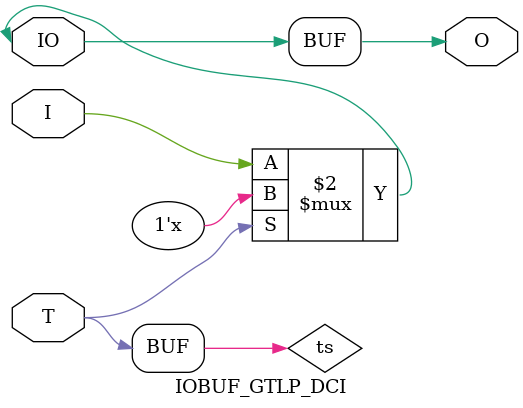
<source format=v>

/*

FUNCTION    : INPUT TRI-STATE OUTPUT BUFFER

*/

`celldefine
`timescale  100 ps / 10 ps

module IOBUF_GTLP_DCI (O, IO, I, T);

    output O;

    inout  IO;

    input  I, T;

    or O1 (ts, 1'b0, T);
    bufif0 T1 (IO, I, ts);

    buf B1 (O, IO);

endmodule

</source>
